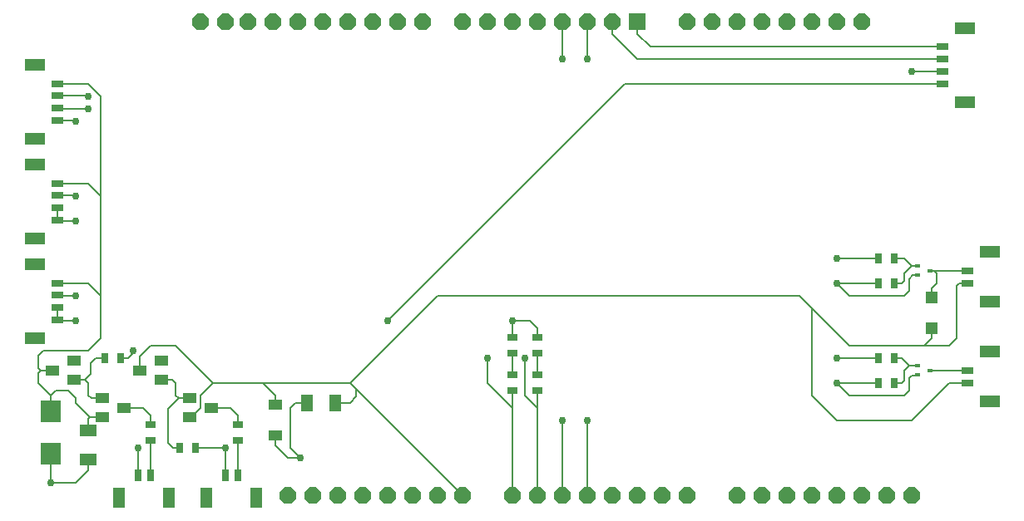
<source format=gbr>
G04 EAGLE Gerber RS-274X export*
G75*
%MOMM*%
%FSLAX34Y34*%
%LPD*%
%INTop Copper*%
%IPPOS*%
%AMOC8*
5,1,8,0,0,1.08239X$1,22.5*%
G01*
G04 Define Apertures*
%ADD10R,0.800000X1.200000*%
%ADD11R,1.300000X2.150000*%
%ADD12P,1.81452X8X22.5*%
%ADD13R,1.676400X1.676400*%
%ADD14R,2.123900X2.284100*%
%ADD15R,1.361200X1.114600*%
%ADD16R,1.400000X1.000000*%
%ADD17R,0.798700X0.973900*%
%ADD18R,1.164600X1.815300*%
%ADD19R,1.815300X1.164600*%
%ADD20R,0.973900X0.798700*%
%ADD21R,1.200000X0.800000*%
%ADD22R,2.150000X1.300000*%
%ADD23R,0.510000X0.400000*%
%ADD24R,1.170000X1.180000*%
%ADD25C,0.152400*%
%ADD26C,0.756400*%
D10*
X215900Y45130D03*
X228400Y45130D03*
D11*
X196900Y22180D03*
X247400Y22180D03*
D10*
X127000Y45130D03*
X139500Y45130D03*
D11*
X108000Y22180D03*
X158500Y22180D03*
D12*
X533400Y508000D03*
X508000Y25400D03*
X558800Y508000D03*
X584200Y508000D03*
X609600Y508000D03*
D13*
X635000Y508000D03*
D12*
X508000Y508000D03*
X482600Y508000D03*
X457200Y508000D03*
X416560Y508000D03*
X391160Y508000D03*
X365760Y508000D03*
X340360Y508000D03*
X314960Y508000D03*
X289560Y508000D03*
X264160Y508000D03*
X238760Y508000D03*
X533400Y25400D03*
X558800Y25400D03*
X584200Y25400D03*
X609600Y25400D03*
X635000Y25400D03*
X457200Y25400D03*
X431800Y25400D03*
X406400Y25400D03*
X381000Y25400D03*
X355600Y25400D03*
X330200Y25400D03*
X685800Y508000D03*
X711200Y508000D03*
X736600Y508000D03*
X762000Y508000D03*
X787400Y508000D03*
X812800Y508000D03*
X838200Y508000D03*
X863600Y508000D03*
X660400Y25400D03*
X685800Y25400D03*
X736600Y25400D03*
X762000Y25400D03*
X787400Y25400D03*
X812800Y25400D03*
X838200Y25400D03*
X863600Y25400D03*
X889000Y25400D03*
X914400Y25400D03*
X215900Y508000D03*
X190500Y508000D03*
X304800Y25400D03*
X279400Y25400D03*
D14*
X38100Y110541D03*
X38100Y67259D03*
D15*
X266700Y117604D03*
X266700Y85596D03*
D16*
X39800Y152400D03*
X61800Y161900D03*
X61800Y142900D03*
X128700Y152400D03*
X150700Y161900D03*
X150700Y142900D03*
X112600Y114300D03*
X90600Y104800D03*
X90600Y123800D03*
X201500Y114300D03*
X179500Y104800D03*
X179500Y123800D03*
D17*
X185952Y73660D03*
X169648Y73660D03*
X109752Y165100D03*
X93448Y165100D03*
D18*
X328141Y119380D03*
X298633Y119380D03*
D19*
X76200Y90954D03*
X76200Y61446D03*
D20*
X139700Y80748D03*
X139700Y97052D03*
X228600Y80748D03*
X228600Y97052D03*
X508000Y147852D03*
X508000Y131548D03*
X533400Y147852D03*
X533400Y131548D03*
D21*
X45130Y241300D03*
X45130Y228800D03*
X45130Y216300D03*
X45130Y203800D03*
D22*
X22180Y260300D03*
X22180Y184800D03*
D21*
X45130Y342900D03*
X45130Y330400D03*
X45130Y317900D03*
X45130Y305400D03*
D22*
X22180Y361900D03*
X22180Y286400D03*
D20*
X508000Y185952D03*
X508000Y169648D03*
X533400Y185952D03*
X533400Y169648D03*
D21*
X45130Y444500D03*
X45130Y432000D03*
X45130Y419500D03*
X45130Y407000D03*
D22*
X22180Y463500D03*
X22180Y388000D03*
D21*
X970870Y241300D03*
X970870Y253800D03*
D22*
X993820Y222300D03*
X993820Y272800D03*
D21*
X970870Y139700D03*
X970870Y152200D03*
D22*
X993820Y120700D03*
X993820Y171200D03*
D17*
X880848Y266700D03*
X897152Y266700D03*
D23*
X920650Y157400D03*
X920650Y147400D03*
X933550Y152400D03*
X920650Y259000D03*
X920650Y249000D03*
X933550Y254000D03*
D17*
X880848Y241300D03*
X897152Y241300D03*
X880848Y139700D03*
X897152Y139700D03*
X880848Y165100D03*
X897152Y165100D03*
D24*
X934720Y194920D03*
X934720Y226720D03*
D21*
X945470Y444500D03*
X945470Y457000D03*
X945470Y469500D03*
X945470Y482000D03*
D22*
X968420Y425500D03*
X968420Y501000D03*
D25*
X215900Y73660D02*
X215900Y45130D01*
D26*
X215900Y73660D03*
D25*
X127000Y73660D02*
X127000Y45130D01*
D26*
X127000Y73660D03*
D25*
X38100Y67259D02*
X38100Y38100D01*
D26*
X38100Y38100D03*
D25*
X185952Y73660D02*
X215900Y73660D01*
X116840Y165100D02*
X109752Y165100D01*
X116840Y165100D02*
X121920Y170180D01*
X121920Y172720D01*
D26*
X121920Y172720D03*
X292100Y63500D03*
D25*
X266700Y76200D02*
X266700Y85596D01*
X266700Y76200D02*
X279400Y63500D01*
X292100Y63500D01*
X76200Y50800D02*
X63500Y38100D01*
X38100Y38100D01*
X508000Y185952D02*
X508000Y203200D01*
D26*
X508000Y203200D03*
D25*
X533400Y195580D02*
X533400Y185952D01*
X533400Y195580D02*
X525780Y203200D01*
X508000Y203200D01*
X45130Y203800D02*
X45130Y216300D01*
X45130Y203800D02*
X45730Y203200D01*
X63500Y203200D01*
D26*
X63500Y203200D03*
D25*
X45130Y305400D02*
X45130Y317900D01*
X45130Y305400D02*
X45730Y304800D01*
X63500Y304800D01*
D26*
X63500Y304800D03*
D25*
X62900Y407000D02*
X45130Y407000D01*
X62900Y407000D02*
X63500Y406400D01*
D26*
X63500Y406400D03*
D25*
X838200Y241300D02*
X880848Y241300D01*
D26*
X838200Y241300D03*
D25*
X906780Y228600D02*
X911860Y233680D01*
X906780Y228600D02*
X850900Y228600D01*
X838200Y241300D01*
X920650Y147400D02*
X920570Y147320D01*
X914400Y147320D01*
X911860Y144780D01*
X911860Y132080D01*
X906780Y127000D01*
X880848Y139700D02*
X838200Y139700D01*
D26*
X838200Y139700D03*
D25*
X850900Y127000D02*
X906780Y127000D01*
X850900Y127000D02*
X838200Y139700D01*
X915570Y249000D02*
X920650Y249000D01*
X915570Y249000D02*
X911860Y245290D01*
X911860Y233680D01*
X298633Y119380D02*
X287020Y119380D01*
X281940Y114300D01*
X281940Y73660D01*
X292100Y63500D01*
X76200Y61446D02*
X76200Y50800D01*
X914600Y457000D02*
X945470Y457000D01*
X914600Y457000D02*
X914400Y457200D01*
D26*
X914400Y457200D03*
D25*
X39800Y152400D02*
X27940Y152400D01*
X25400Y154940D01*
X25400Y167640D01*
X30480Y172720D01*
X76200Y172720D01*
X88900Y185420D01*
X88900Y228600D01*
X88900Y330200D01*
X88900Y431800D01*
X27940Y152400D02*
X25400Y149860D01*
X25400Y139700D01*
X38100Y127000D01*
X38100Y110541D01*
X78080Y104800D02*
X90600Y104800D01*
X78080Y104800D02*
X63500Y119380D01*
X63500Y124460D01*
X55880Y132080D01*
X43180Y132080D01*
X38100Y127000D01*
X76200Y102920D02*
X78080Y104800D01*
X76200Y342900D02*
X45130Y342900D01*
X76200Y342900D02*
X88900Y330200D01*
X76200Y241300D02*
X45130Y241300D01*
X76200Y241300D02*
X88900Y228600D01*
X76200Y444500D02*
X45130Y444500D01*
X76200Y444500D02*
X88900Y431800D01*
X76200Y102920D02*
X76200Y90954D01*
X228400Y80548D02*
X228400Y45130D01*
X228400Y80548D02*
X228600Y80748D01*
X139700Y80748D02*
X139700Y45330D01*
X139500Y45130D01*
X179500Y104800D02*
X181000Y104800D01*
X190500Y114300D01*
X190500Y127000D01*
X203200Y139700D01*
X349250Y133350D02*
X457200Y25400D01*
X349250Y133350D02*
X342900Y139700D01*
X254000Y139700D01*
X203200Y139700D01*
X128700Y152400D02*
X128700Y166800D01*
X139700Y177800D01*
X165100Y177800D01*
X203200Y139700D01*
X266700Y127000D02*
X266700Y117604D01*
X266700Y127000D02*
X254000Y139700D01*
X342900Y139700D02*
X431800Y228600D01*
X800100Y228600D01*
X812800Y215900D01*
X812800Y127000D01*
X838200Y101600D01*
X914400Y101600D01*
X952500Y139700D01*
X970870Y139700D01*
X970870Y241300D02*
X962660Y241300D01*
X960120Y238760D01*
X960120Y185420D01*
X952500Y177800D01*
X927100Y177800D01*
X850900Y177800D01*
X812800Y215900D01*
X934720Y194920D02*
X934720Y185420D01*
X927100Y177800D01*
X342900Y119380D02*
X328141Y119380D01*
X342900Y119380D02*
X349250Y125730D01*
X349250Y133350D01*
X73000Y142900D02*
X61800Y142900D01*
X73000Y142900D02*
X76200Y139700D01*
X76200Y127000D01*
X79400Y123800D01*
X90600Y123800D01*
X93448Y165100D02*
X83820Y165100D01*
X78740Y160020D01*
X78740Y148640D01*
X73000Y142900D01*
X150700Y142900D02*
X161900Y142900D01*
X165100Y139700D01*
X165100Y127000D01*
X168300Y123800D01*
X179500Y123800D01*
X169648Y73660D02*
X162560Y73660D01*
X157480Y78740D01*
X157480Y112980D01*
X168300Y123800D01*
X228600Y106680D02*
X228600Y97052D01*
X228600Y106680D02*
X220980Y114300D01*
X201500Y114300D01*
X139700Y106680D02*
X139700Y97052D01*
X139700Y106680D02*
X132080Y114300D01*
X112600Y114300D01*
X508000Y114300D02*
X508000Y131548D01*
X508000Y114300D02*
X508000Y25400D01*
X508000Y114300D02*
X482600Y139700D01*
X482600Y165100D01*
D26*
X482600Y165100D03*
X63500Y228600D03*
D25*
X45330Y228600D01*
X45130Y228800D01*
X533400Y131548D02*
X533400Y114300D01*
X533400Y25400D01*
X63300Y330400D02*
X45130Y330400D01*
X63300Y330400D02*
X63500Y330200D01*
D26*
X63500Y330200D03*
X520700Y165100D03*
D25*
X520700Y127000D01*
X533400Y114300D01*
X508000Y147852D02*
X508000Y169648D01*
X533400Y169648D02*
X533400Y147852D01*
X76000Y432000D02*
X45130Y432000D01*
X76000Y432000D02*
X76200Y431800D01*
D26*
X76200Y431800D03*
D25*
X584200Y101600D02*
X584200Y25400D01*
D26*
X584200Y101600D03*
X76200Y419100D03*
D25*
X45530Y419100D01*
X45130Y419500D01*
D26*
X558800Y101600D03*
D25*
X558800Y25400D01*
X558800Y469900D02*
X558800Y508000D01*
X838200Y165100D02*
X880848Y165100D01*
D26*
X838200Y165100D03*
X558800Y469900D03*
D25*
X937260Y253800D02*
X970870Y253800D01*
X937260Y253800D02*
X933750Y253800D01*
X933550Y254000D01*
X934720Y236220D02*
X934720Y226720D01*
X934720Y236220D02*
X939800Y241300D01*
X939800Y251260D01*
X937260Y253800D01*
X920650Y259000D02*
X914480Y259000D01*
X906780Y266700D02*
X897152Y266700D01*
X906780Y266700D02*
X914480Y259000D01*
X906780Y251300D01*
X906780Y243308D01*
X904772Y241300D01*
X897152Y241300D01*
X584200Y469900D02*
X584200Y508000D01*
X838200Y266700D02*
X880848Y266700D01*
D26*
X838200Y266700D03*
X584200Y469900D03*
D25*
X897152Y165100D02*
X904240Y165100D01*
X911940Y157400D01*
X920650Y157400D01*
X904240Y139700D02*
X897152Y139700D01*
X904240Y139700D02*
X906780Y142240D01*
X906780Y152240D01*
X911940Y157400D01*
X933750Y152200D02*
X970870Y152200D01*
X933750Y152200D02*
X933550Y152400D01*
X945470Y444500D02*
X622300Y444500D01*
X381000Y203200D01*
D26*
X381000Y203200D03*
D25*
X609600Y495300D02*
X609600Y508000D01*
X609600Y495300D02*
X635000Y469900D01*
X945070Y469900D01*
X945470Y469500D01*
X945470Y482000D02*
X648300Y482000D01*
X635000Y495300D01*
X635000Y508000D01*
M02*

</source>
